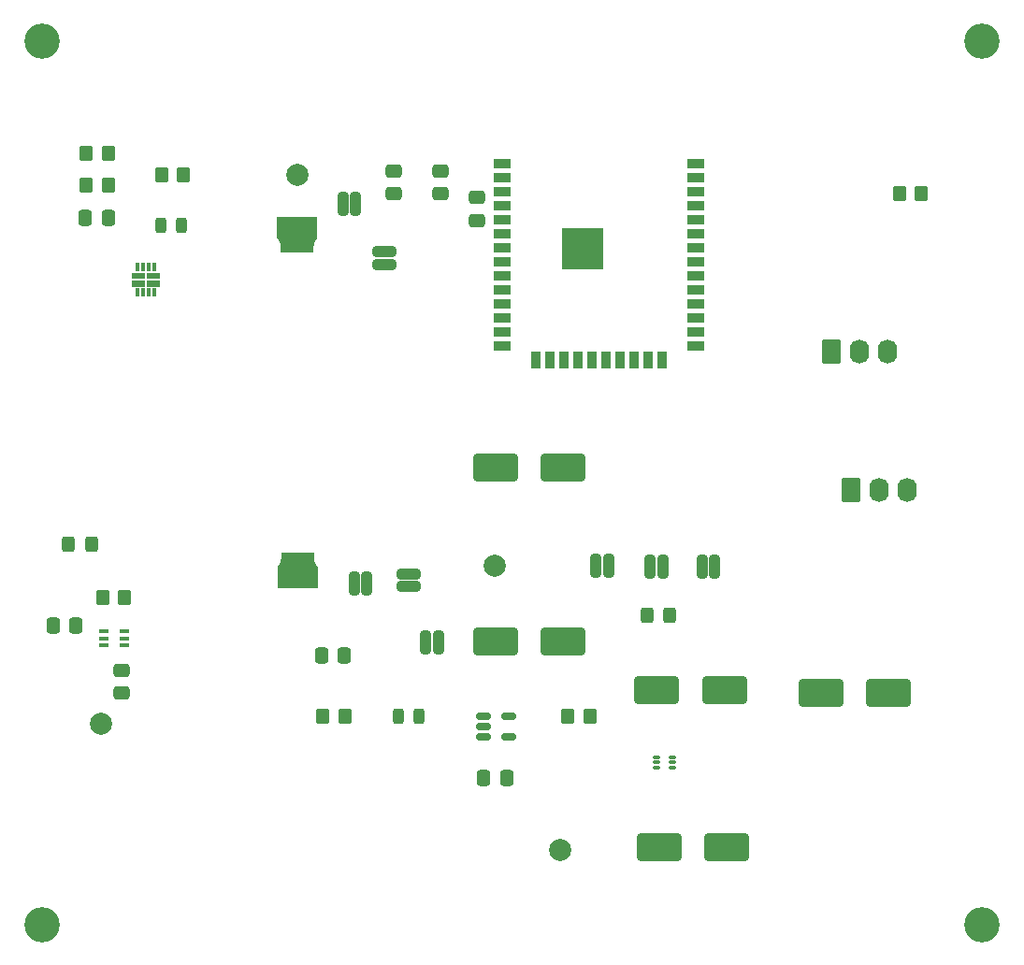
<source format=gbr>
%TF.GenerationSoftware,KiCad,Pcbnew,9.0.4*%
%TF.CreationDate,2025-10-29T19:36:09-05:00*%
%TF.ProjectId,ECE 445 - Suction Sense PCB-1,45434520-3434-4352-902d-205375637469,rev?*%
%TF.SameCoordinates,Original*%
%TF.FileFunction,Soldermask,Top*%
%TF.FilePolarity,Negative*%
%FSLAX46Y46*%
G04 Gerber Fmt 4.6, Leading zero omitted, Abs format (unit mm)*
G04 Created by KiCad (PCBNEW 9.0.4) date 2025-10-29 19:36:09*
%MOMM*%
%LPD*%
G01*
G04 APERTURE LIST*
G04 Aperture macros list*
%AMRoundRect*
0 Rectangle with rounded corners*
0 $1 Rounding radius*
0 $2 $3 $4 $5 $6 $7 $8 $9 X,Y pos of 4 corners*
0 Add a 4 corners polygon primitive as box body*
4,1,4,$2,$3,$4,$5,$6,$7,$8,$9,$2,$3,0*
0 Add four circle primitives for the rounded corners*
1,1,$1+$1,$2,$3*
1,1,$1+$1,$4,$5*
1,1,$1+$1,$6,$7*
1,1,$1+$1,$8,$9*
0 Add four rect primitives between the rounded corners*
20,1,$1+$1,$2,$3,$4,$5,0*
20,1,$1+$1,$4,$5,$6,$7,0*
20,1,$1+$1,$6,$7,$8,$9,0*
20,1,$1+$1,$8,$9,$2,$3,0*%
%AMFreePoly0*
4,1,30,0.200000,1.710000,0.236753,1.697426,0.376386,1.589219,0.526381,1.504463,0.606724,1.473357,0.606723,1.473356,0.687059,1.442253,0.771046,1.423078,0.855035,1.403901,1.028740,1.390056,1.444035,1.390057,1.486461,1.372484,1.504035,1.330057,1.504034,-1.539942,1.486460,-1.582368,1.444038,-1.599942,1.046227,-1.599966,0.870517,-1.612848,0.700699,-1.650739,0.538235,-1.712988,
0.386579,-1.798267,0.245504,-1.907443,0.208783,-1.919992,-1.650000,-1.919992,-1.692426,-1.902418,-1.710000,-1.859992,-1.710000,1.650007,-1.692426,1.692433,-1.650000,1.710007,0.200000,1.710000,0.200000,1.710000,$1*%
G04 Aperture macros list end*
%ADD10C,0.010000*%
%ADD11RoundRect,0.250000X-0.350000X-0.450000X0.350000X-0.450000X0.350000X0.450000X-0.350000X0.450000X0*%
%ADD12RoundRect,0.250000X0.475000X-0.337500X0.475000X0.337500X-0.475000X0.337500X-0.475000X-0.337500X0*%
%ADD13RoundRect,0.250000X-1.750000X-1.000000X1.750000X-1.000000X1.750000X1.000000X-1.750000X1.000000X0*%
%ADD14RoundRect,0.237500X0.237500X0.837500X-0.237500X0.837500X-0.237500X-0.837500X0.237500X-0.837500X0*%
%ADD15RoundRect,0.237500X-0.237500X-0.837500X0.237500X-0.837500X0.237500X0.837500X-0.237500X0.837500X0*%
%ADD16RoundRect,0.250000X0.325000X0.450000X-0.325000X0.450000X-0.325000X-0.450000X0.325000X-0.450000X0*%
%ADD17RoundRect,0.243750X0.243750X0.456250X-0.243750X0.456250X-0.243750X-0.456250X0.243750X-0.456250X0*%
%ADD18FreePoly0,270.000000*%
%ADD19FreePoly0,90.000000*%
%ADD20RoundRect,0.237500X0.837500X-0.237500X0.837500X0.237500X-0.837500X0.237500X-0.837500X-0.237500X0*%
%ADD21C,2.000000*%
%ADD22RoundRect,0.250000X-0.337500X-0.475000X0.337500X-0.475000X0.337500X0.475000X-0.337500X0.475000X0*%
%ADD23RoundRect,0.250000X-0.620000X-0.845000X0.620000X-0.845000X0.620000X0.845000X-0.620000X0.845000X0*%
%ADD24O,1.740000X2.190000*%
%ADD25RoundRect,0.243750X-0.243750X-0.456250X0.243750X-0.456250X0.243750X0.456250X-0.243750X0.456250X0*%
%ADD26R,0.850001X0.399999*%
%ADD27C,3.200000*%
%ADD28RoundRect,0.150000X-0.512500X-0.150000X0.512500X-0.150000X0.512500X0.150000X-0.512500X0.150000X0*%
%ADD29RoundRect,0.250000X0.337500X0.475000X-0.337500X0.475000X-0.337500X-0.475000X0.337500X-0.475000X0*%
%ADD30R,1.500000X0.900000*%
%ADD31R,0.900000X1.500000*%
%ADD32C,0.600000*%
%ADD33R,3.800000X3.800000*%
%ADD34RoundRect,0.250000X-0.475000X0.337500X-0.475000X-0.337500X0.475000X-0.337500X0.475000X0.337500X0*%
%ADD35RoundRect,0.250000X0.350000X0.450000X-0.350000X0.450000X-0.350000X-0.450000X0.350000X-0.450000X0*%
%ADD36RoundRect,0.237500X-0.837500X0.237500X-0.837500X-0.237500X0.837500X-0.237500X0.837500X0.237500X0*%
%ADD37RoundRect,0.075000X-0.262500X-0.075000X0.262500X-0.075000X0.262500X0.075000X-0.262500X0.075000X0*%
G04 APERTURE END LIST*
D10*
%TO.C,U2*%
X103238000Y-74837000D02*
X102088000Y-74837000D01*
X102088000Y-74337000D01*
X103238000Y-74337000D01*
X103238000Y-74837000D01*
G36*
X103238000Y-74837000D02*
G01*
X102088000Y-74837000D01*
X102088000Y-74337000D01*
X103238000Y-74337000D01*
X103238000Y-74837000D01*
G37*
X103238000Y-75537000D02*
X102088000Y-75537000D01*
X102088000Y-75037000D01*
X103238000Y-75037000D01*
X103238000Y-75537000D01*
G36*
X103238000Y-75537000D02*
G01*
X102088000Y-75537000D01*
X102088000Y-75037000D01*
X103238000Y-75037000D01*
X103238000Y-75537000D01*
G37*
X102738000Y-74137000D02*
X102438000Y-74137000D01*
X102438000Y-73437000D01*
X102738000Y-73437000D01*
X102738000Y-74137000D01*
G36*
X102738000Y-74137000D02*
G01*
X102438000Y-74137000D01*
X102438000Y-73437000D01*
X102738000Y-73437000D01*
X102738000Y-74137000D01*
G37*
X102738000Y-76437000D02*
X102438000Y-76437000D01*
X102438000Y-75737000D01*
X102738000Y-75737000D01*
X102738000Y-76437000D01*
G36*
X102738000Y-76437000D02*
G01*
X102438000Y-76437000D01*
X102438000Y-75737000D01*
X102738000Y-75737000D01*
X102738000Y-76437000D01*
G37*
X103238000Y-74137000D02*
X102938000Y-74137000D01*
X102938000Y-73437000D01*
X103238000Y-73437000D01*
X103238000Y-74137000D01*
G36*
X103238000Y-74137000D02*
G01*
X102938000Y-74137000D01*
X102938000Y-73437000D01*
X103238000Y-73437000D01*
X103238000Y-74137000D01*
G37*
X103238000Y-76437000D02*
X102938000Y-76437000D01*
X102938000Y-75737000D01*
X103238000Y-75737000D01*
X103238000Y-76437000D01*
G36*
X103238000Y-76437000D02*
G01*
X102938000Y-76437000D01*
X102938000Y-75737000D01*
X103238000Y-75737000D01*
X103238000Y-76437000D01*
G37*
X103738000Y-74137000D02*
X103438000Y-74137000D01*
X103438000Y-73437000D01*
X103738000Y-73437000D01*
X103738000Y-74137000D01*
G36*
X103738000Y-74137000D02*
G01*
X103438000Y-74137000D01*
X103438000Y-73437000D01*
X103738000Y-73437000D01*
X103738000Y-74137000D01*
G37*
X104588000Y-74837000D02*
X103438000Y-74837000D01*
X103438000Y-74337000D01*
X104588000Y-74337000D01*
X104588000Y-74837000D01*
G36*
X104588000Y-74837000D02*
G01*
X103438000Y-74837000D01*
X103438000Y-74337000D01*
X104588000Y-74337000D01*
X104588000Y-74837000D01*
G37*
X104588000Y-75537000D02*
X103438000Y-75537000D01*
X103438000Y-75037000D01*
X104588000Y-75037000D01*
X104588000Y-75537000D01*
G36*
X104588000Y-75537000D02*
G01*
X103438000Y-75537000D01*
X103438000Y-75037000D01*
X104588000Y-75037000D01*
X104588000Y-75537000D01*
G37*
X103738000Y-76437000D02*
X103438000Y-76437000D01*
X103438000Y-75737000D01*
X103738000Y-75737000D01*
X103738000Y-76437000D01*
G36*
X103738000Y-76437000D02*
G01*
X103438000Y-76437000D01*
X103438000Y-75737000D01*
X103738000Y-75737000D01*
X103738000Y-76437000D01*
G37*
X104238000Y-74137000D02*
X103938000Y-74137000D01*
X103938000Y-73437000D01*
X104238000Y-73437000D01*
X104238000Y-74137000D01*
G36*
X104238000Y-74137000D02*
G01*
X103938000Y-74137000D01*
X103938000Y-73437000D01*
X104238000Y-73437000D01*
X104238000Y-74137000D01*
G37*
X104238000Y-76437000D02*
X103938000Y-76437000D01*
X103938000Y-75737000D01*
X104238000Y-75737000D01*
X104238000Y-76437000D01*
G36*
X104238000Y-76437000D02*
G01*
X103938000Y-76437000D01*
X103938000Y-75737000D01*
X104238000Y-75737000D01*
X104238000Y-76437000D01*
G37*
%TD*%
D11*
%TO.C,R14*%
X171593000Y-67183000D03*
X173593000Y-67183000D03*
%TD*%
D12*
%TO.C,C13*%
X133350000Y-69617500D03*
X133350000Y-67542500D03*
%TD*%
%TO.C,C12*%
X130048000Y-67204500D03*
X130048000Y-65129500D03*
%TD*%
%TO.C,C11*%
X125857000Y-67204500D03*
X125857000Y-65129500D03*
%TD*%
D13*
%TO.C,C2*%
X149650000Y-112100000D03*
X155750000Y-112100000D03*
%TD*%
D14*
%TO.C,TH1*%
X123375000Y-102500000D03*
X122225000Y-102500000D03*
%TD*%
D11*
%TO.C,R11*%
X99457000Y-103759000D03*
X101457000Y-103759000D03*
%TD*%
D15*
%TO.C,R5*%
X153725000Y-101000000D03*
X154875000Y-101000000D03*
%TD*%
D16*
%TO.C,L2*%
X98434000Y-98933000D03*
X96384000Y-98933000D03*
%TD*%
D13*
%TO.C,C5*%
X164500000Y-112400000D03*
X170600000Y-112400000D03*
%TD*%
D15*
%TO.C,R3*%
X144125000Y-100900000D03*
X145275000Y-100900000D03*
%TD*%
D11*
%TO.C,R4*%
X104800000Y-65500000D03*
X106800000Y-65500000D03*
%TD*%
D17*
%TO.C,D1*%
X106637500Y-70100000D03*
X104762500Y-70100000D03*
%TD*%
D11*
%TO.C,R13*%
X97957500Y-66449000D03*
X99957500Y-66449000D03*
%TD*%
D18*
%TO.C,J3*%
X117200000Y-70950000D03*
D19*
X117000000Y-101250000D03*
%TD*%
D20*
%TO.C,R6*%
X127200000Y-102775000D03*
X127200000Y-101625000D03*
%TD*%
D11*
%TO.C,R12*%
X97957500Y-63499000D03*
X99957500Y-63499000D03*
%TD*%
D21*
%TO.C,TP3*%
X140900000Y-126600000D03*
%TD*%
D22*
%TO.C,C6*%
X119262500Y-109000000D03*
X121337500Y-109000000D03*
%TD*%
D15*
%TO.C,R8*%
X121218000Y-68072000D03*
X122368000Y-68072000D03*
%TD*%
D23*
%TO.C,J1*%
X165460000Y-81500000D03*
D24*
X168000000Y-81500000D03*
X170540000Y-81500000D03*
%TD*%
D25*
%TO.C,D2*%
X126225000Y-114500000D03*
X128100000Y-114500000D03*
%TD*%
D26*
%TO.C,U5*%
X99573001Y-106807000D03*
X99573001Y-107457001D03*
X99573001Y-108107000D03*
X101473000Y-108107000D03*
X101473000Y-107457001D03*
X101473000Y-106807000D03*
%TD*%
D27*
%TO.C,H3*%
X179070000Y-133350000D03*
%TD*%
D28*
%TO.C,U4*%
X133925000Y-114500000D03*
X133925000Y-115450000D03*
X133925000Y-116400000D03*
X136200000Y-116400000D03*
X136200000Y-114500000D03*
%TD*%
D22*
%TO.C,C7*%
X133962500Y-120100000D03*
X136037500Y-120100000D03*
%TD*%
D13*
%TO.C,C4*%
X135050000Y-92000000D03*
X141150000Y-92000000D03*
%TD*%
D29*
%TO.C,C9*%
X97049500Y-106299000D03*
X94974500Y-106299000D03*
%TD*%
D30*
%TO.C,U1*%
X135650000Y-64481000D03*
X135650000Y-65751000D03*
X135650000Y-67021000D03*
X135650000Y-68291000D03*
X135650000Y-69561000D03*
X135650000Y-70831000D03*
X135650000Y-72101000D03*
X135650000Y-73371000D03*
X135650000Y-74641000D03*
X135650000Y-75911000D03*
X135650000Y-77181000D03*
X135650000Y-78451000D03*
X135650000Y-79721000D03*
X135650000Y-80991000D03*
D31*
X138690000Y-82241000D03*
X139960000Y-82241000D03*
X141230000Y-82241000D03*
X142500000Y-82241000D03*
X143770000Y-82241000D03*
X145040000Y-82241000D03*
X146310000Y-82241000D03*
X147580000Y-82241000D03*
X148850000Y-82241000D03*
X150120000Y-82241000D03*
D30*
X153150000Y-80991000D03*
X153150000Y-79721000D03*
X153150000Y-78451000D03*
X153150000Y-77181000D03*
X153150000Y-75911000D03*
X153150000Y-74641000D03*
X153150000Y-73371000D03*
X153150000Y-72101000D03*
X153150000Y-70831000D03*
X153150000Y-69561000D03*
X153150000Y-68291000D03*
X153150000Y-67021000D03*
X153150000Y-65751000D03*
X153150000Y-64481000D03*
D32*
X141500000Y-71501000D03*
X141500000Y-72901000D03*
X142200000Y-70801000D03*
X142200000Y-72201000D03*
X142200000Y-73601000D03*
X142875000Y-71501000D03*
X142875000Y-72901000D03*
D33*
X142900000Y-72201000D03*
D32*
X143600000Y-70801000D03*
X143600000Y-72201000D03*
X143600000Y-73601000D03*
X144300000Y-71501000D03*
X144300000Y-72901000D03*
%TD*%
D21*
%TO.C,TP1*%
X117100000Y-65500000D03*
%TD*%
D27*
%TO.C,H4*%
X93980000Y-133350000D03*
%TD*%
D34*
%TO.C,C10*%
X101219000Y-110341500D03*
X101219000Y-112416500D03*
%TD*%
D22*
%TO.C,C8*%
X97917000Y-69342000D03*
X99992000Y-69342000D03*
%TD*%
D27*
%TO.C,H2*%
X179070000Y-53340000D03*
%TD*%
D13*
%TO.C,C3*%
X149850000Y-126400000D03*
X155950000Y-126400000D03*
%TD*%
D16*
%TO.C,L1*%
X150825000Y-105400000D03*
X148775000Y-105400000D03*
%TD*%
D21*
%TO.C,TP2*%
X135000000Y-100900000D03*
%TD*%
D35*
%TO.C,R10*%
X121400000Y-114500000D03*
X119400000Y-114500000D03*
%TD*%
D23*
%TO.C,J2*%
X167220000Y-94000000D03*
D24*
X169760000Y-94000000D03*
X172300000Y-94000000D03*
%TD*%
D14*
%TO.C,R1*%
X129875000Y-107800000D03*
X128725000Y-107800000D03*
%TD*%
D13*
%TO.C,C1*%
X135050000Y-107700000D03*
X141150000Y-107700000D03*
%TD*%
D36*
%TO.C,R9*%
X124968000Y-72450000D03*
X124968000Y-73600000D03*
%TD*%
D15*
%TO.C,R2*%
X149025000Y-101000000D03*
X150175000Y-101000000D03*
%TD*%
D11*
%TO.C,R7*%
X141600000Y-114500000D03*
X143600000Y-114500000D03*
%TD*%
D37*
%TO.C,U3*%
X149587500Y-118200000D03*
X149587500Y-118700000D03*
X149587500Y-119200000D03*
X151012500Y-119200000D03*
X151012500Y-118700000D03*
X151012500Y-118200000D03*
%TD*%
D27*
%TO.C,H1*%
X93980000Y-53340000D03*
%TD*%
D21*
%TO.C,J4*%
X99300000Y-115200000D03*
%TD*%
M02*

</source>
